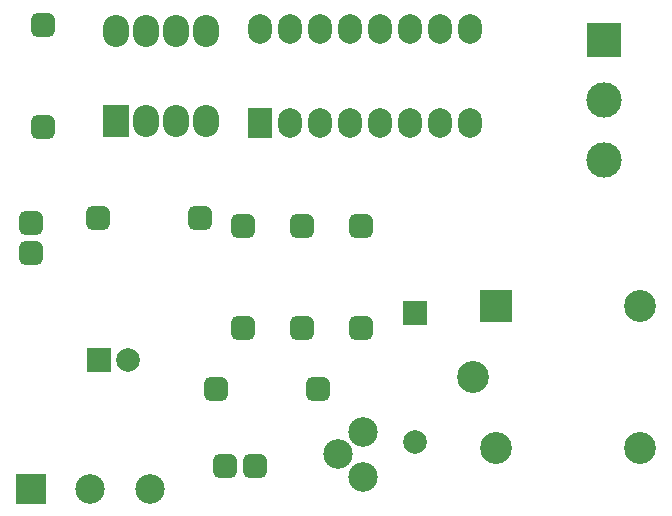
<source format=gbs>
G04*
G04 #@! TF.GenerationSoftware,Altium Limited,Altium Designer,20.1.11 (218)*
G04*
G04 Layer_Color=16711935*
%FSLAX44Y44*%
%MOMM*%
G71*
G04*
G04 #@! TF.SameCoordinates,247B782F-146B-480F-AA2D-8113461E6206*
G04*
G04*
G04 #@! TF.FilePolarity,Negative*
G04*
G01*
G75*
%ADD10C,3.0000*%
%ADD11R,3.0000X3.0000*%
%ADD12R,2.5000X2.5000*%
%ADD13C,2.5000*%
%ADD14R,2.0000X2.5000*%
%ADD15O,2.0000X2.5000*%
%ADD16R,2.2032X2.7032*%
%ADD17O,2.2032X2.7032*%
%ADD18C,2.0000*%
%ADD19R,2.0000X2.0000*%
G04:AMPARAMS|DCode=20|XSize=2mm|YSize=2mm|CornerRadius=0.5mm|HoleSize=0mm|Usage=FLASHONLY|Rotation=180.000|XOffset=0mm|YOffset=0mm|HoleType=Round|Shape=RoundedRectangle|*
%AMROUNDEDRECTD20*
21,1,2.0000,1.0000,0,0,180.0*
21,1,1.0000,2.0000,0,0,180.0*
1,1,1.0000,-0.5000,0.5000*
1,1,1.0000,0.5000,0.5000*
1,1,1.0000,0.5000,-0.5000*
1,1,1.0000,-0.5000,-0.5000*
%
%ADD20ROUNDEDRECTD20*%
G04:AMPARAMS|DCode=21|XSize=2mm|YSize=2mm|CornerRadius=0.5mm|HoleSize=0mm|Usage=FLASHONLY|Rotation=90.000|XOffset=0mm|YOffset=0mm|HoleType=Round|Shape=RoundedRectangle|*
%AMROUNDEDRECTD21*
21,1,2.0000,1.0000,0,0,90.0*
21,1,1.0000,2.0000,0,0,90.0*
1,1,1.0000,0.5000,0.5000*
1,1,1.0000,0.5000,-0.5000*
1,1,1.0000,-0.5000,-0.5000*
1,1,1.0000,-0.5000,0.5000*
%
%ADD21ROUNDEDRECTD21*%
%ADD22C,2.7032*%
%ADD23R,2.7032X2.7032*%
%ADD24R,2.0000X2.0000*%
D10*
X525000Y339200D02*
D03*
Y390000D02*
D03*
D11*
Y440800D02*
D03*
D12*
X40000Y60500D02*
D03*
D13*
X90000D02*
D03*
X140800D02*
D03*
X300000Y90000D02*
D03*
X321590Y70950D02*
D03*
Y109050D02*
D03*
D14*
X234200Y370600D02*
D03*
D15*
X259600D02*
D03*
X285000D02*
D03*
X310400D02*
D03*
X335800D02*
D03*
X361200D02*
D03*
X386600D02*
D03*
X412000D02*
D03*
Y450000D02*
D03*
X386600D02*
D03*
X361200D02*
D03*
X335800D02*
D03*
X310400D02*
D03*
X285000D02*
D03*
X259600D02*
D03*
X234200D02*
D03*
D16*
X111900Y371900D02*
D03*
D17*
X137300D02*
D03*
X162700D02*
D03*
X188100D02*
D03*
X111900Y448100D02*
D03*
X137300D02*
D03*
X162700D02*
D03*
X188100D02*
D03*
D18*
X122500Y170000D02*
D03*
X365000Y100620D02*
D03*
D19*
X97500Y170000D02*
D03*
D20*
X283180Y145000D02*
D03*
X196820D02*
D03*
X183180Y290000D02*
D03*
X96820D02*
D03*
X230000Y80000D02*
D03*
X204600D02*
D03*
D21*
X270000Y196820D02*
D03*
Y283180D02*
D03*
X220000Y196820D02*
D03*
Y283180D02*
D03*
X320000D02*
D03*
Y196820D02*
D03*
X50000Y366820D02*
D03*
Y453180D02*
D03*
X40000Y285400D02*
D03*
Y260000D02*
D03*
D22*
X556000Y215000D02*
D03*
Y95000D02*
D03*
X434000D02*
D03*
X414000Y155000D02*
D03*
D23*
X434000Y215000D02*
D03*
D24*
X365000Y209380D02*
D03*
M02*

</source>
